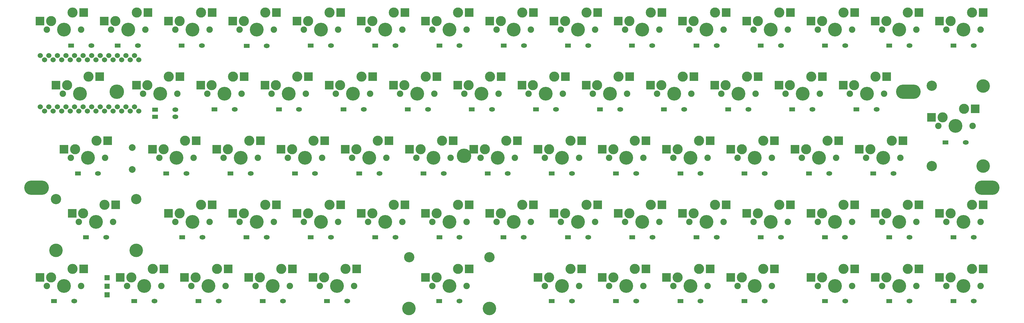
<source format=gbs>
G04 #@! TF.GenerationSoftware,KiCad,Pcbnew,(6.0.5)*
G04 #@! TF.CreationDate,2022-06-06T23:57:28+09:00*
G04 #@! TF.ProjectId,MHKB,4d484b42-2e6b-4696-9361-645f70636258,1.0*
G04 #@! TF.SameCoordinates,Original*
G04 #@! TF.FileFunction,Soldermask,Bot*
G04 #@! TF.FilePolarity,Negative*
%FSLAX46Y46*%
G04 Gerber Fmt 4.6, Leading zero omitted, Abs format (unit mm)*
G04 Created by KiCad (PCBNEW (6.0.5)) date 2022-06-06 23:57:28*
%MOMM*%
%LPD*%
G01*
G04 APERTURE LIST*
%ADD10C,3.000000*%
%ADD11C,4.100000*%
%ADD12C,1.900000*%
%ADD13R,2.550000X2.500000*%
%ADD14R,1.778000X1.300000*%
%ADD15O,1.778000X1.300000*%
%ADD16O,4.300000X4.300000*%
%ADD17C,3.050000*%
%ADD18C,4.000000*%
%ADD19C,2.000000*%
%ADD20O,7.300000X4.300000*%
%ADD21R,1.524000X1.524000*%
%ADD22C,4.300000*%
%ADD23C,1.524000*%
G04 APERTURE END LIST*
D10*
X41761000Y-56062000D03*
D11*
X45571000Y-58602000D03*
D10*
X48111000Y-53522000D03*
D12*
X40491000Y-58602000D03*
D13*
X38486000Y-56062000D03*
X51413000Y-53522000D03*
D14*
X42965000Y-44220000D03*
D15*
X48965000Y-44220000D03*
D14*
X56748000Y-44252000D03*
D15*
X62748000Y-44252000D03*
D14*
X75748000Y-44252000D03*
D15*
X81748000Y-44252000D03*
D14*
X94980000Y-44310000D03*
D15*
X100980000Y-44310000D03*
D14*
X114020000Y-44280000D03*
D15*
X120020000Y-44280000D03*
D14*
X133090000Y-44280000D03*
D15*
X139090000Y-44280000D03*
D14*
X152130000Y-44250000D03*
D15*
X158130000Y-44250000D03*
D14*
X171200000Y-44250000D03*
D15*
X177200000Y-44250000D03*
D14*
X190240000Y-44250000D03*
D15*
X196240000Y-44250000D03*
D14*
X209250000Y-44250000D03*
D15*
X215250000Y-44250000D03*
D14*
X228350000Y-44250000D03*
D15*
X234350000Y-44250000D03*
D14*
X247390000Y-44250000D03*
D15*
X253390000Y-44250000D03*
D14*
X266460000Y-44250000D03*
D15*
X272460000Y-44250000D03*
D14*
X285530000Y-44250000D03*
D15*
X291530000Y-44250000D03*
D14*
X304540000Y-44250000D03*
D15*
X310540000Y-44250000D03*
D14*
X67835000Y-63340000D03*
D15*
X73835000Y-63340000D03*
D14*
X85430000Y-63252000D03*
D15*
X91430000Y-63252000D03*
D14*
X104540000Y-63252000D03*
D15*
X110540000Y-63252000D03*
D14*
X123748000Y-63252000D03*
D15*
X129748000Y-63252000D03*
D14*
X142748000Y-63252000D03*
D15*
X148748000Y-63252000D03*
D14*
X161748000Y-63252000D03*
D15*
X167748000Y-63252000D03*
D14*
X180748000Y-63252000D03*
D15*
X186748000Y-63252000D03*
D14*
X199748000Y-63252000D03*
D15*
X205748000Y-63252000D03*
D14*
X218748000Y-63252000D03*
D15*
X224748000Y-63252000D03*
D14*
X237748000Y-63252000D03*
D15*
X243748000Y-63252000D03*
D14*
X256748000Y-63252000D03*
D15*
X262748000Y-63252000D03*
D14*
X275748000Y-63252000D03*
D15*
X281748000Y-63252000D03*
D14*
X71170000Y-82230000D03*
D15*
X77170000Y-82230000D03*
D14*
X90180000Y-82230000D03*
D15*
X96180000Y-82230000D03*
D14*
X109280000Y-82230000D03*
D15*
X115280000Y-82230000D03*
D14*
X128350000Y-82230000D03*
D15*
X134350000Y-82230000D03*
D14*
X147420000Y-82230000D03*
D15*
X153420000Y-82230000D03*
D14*
X166430000Y-82230000D03*
D15*
X172430000Y-82230000D03*
D14*
X185470000Y-82230000D03*
D15*
X191470000Y-82230000D03*
D14*
X204510000Y-82230000D03*
D15*
X210510000Y-82230000D03*
D14*
X223580000Y-82230000D03*
D15*
X229580000Y-82230000D03*
D14*
X242620000Y-82230000D03*
D15*
X248620000Y-82230000D03*
D14*
X261748000Y-82252000D03*
D15*
X267748000Y-82252000D03*
D14*
X280748000Y-82252000D03*
D15*
X286748000Y-82252000D03*
D14*
X75900000Y-101230000D03*
D15*
X81900000Y-101230000D03*
D14*
X94970000Y-101230000D03*
D15*
X100970000Y-101230000D03*
D14*
X114000000Y-101230000D03*
D15*
X120000000Y-101230000D03*
D14*
X133090000Y-101230000D03*
D15*
X139090000Y-101230000D03*
D14*
X152130000Y-101230000D03*
D15*
X158130000Y-101230000D03*
D14*
X171170000Y-101230000D03*
D15*
X177170000Y-101230000D03*
D14*
X190240000Y-101230000D03*
D15*
X196240000Y-101230000D03*
D14*
X209310000Y-101230000D03*
D15*
X215310000Y-101230000D03*
D14*
X228350000Y-101270000D03*
D15*
X234350000Y-101270000D03*
D14*
X247420000Y-101230000D03*
D15*
X253420000Y-101230000D03*
D14*
X266430000Y-101200000D03*
D15*
X272430000Y-101200000D03*
D14*
X285500000Y-101230000D03*
D15*
X291500000Y-101230000D03*
D14*
X304570000Y-101230000D03*
D15*
X310570000Y-101230000D03*
D14*
X37840000Y-120220000D03*
D15*
X43840000Y-120220000D03*
D14*
X61680000Y-120220000D03*
D15*
X67680000Y-120220000D03*
D14*
X80720000Y-120220000D03*
D15*
X86720000Y-120220000D03*
D14*
X99730000Y-120220000D03*
D15*
X105730000Y-120220000D03*
D14*
X118800000Y-120220000D03*
D15*
X124800000Y-120220000D03*
D14*
X185430000Y-120190000D03*
D15*
X191430000Y-120190000D03*
D14*
X204510000Y-120190000D03*
D15*
X210510000Y-120190000D03*
D14*
X223580000Y-120190000D03*
D15*
X229580000Y-120190000D03*
D14*
X242620000Y-120220000D03*
D15*
X248620000Y-120220000D03*
D14*
X266460000Y-120220000D03*
D15*
X272460000Y-120220000D03*
D14*
X285500000Y-120220000D03*
D15*
X291500000Y-120220000D03*
D14*
X304600000Y-120220000D03*
D15*
X310600000Y-120220000D03*
D14*
X67840000Y-65460000D03*
D15*
X73840000Y-65460000D03*
D14*
X44940000Y-82230000D03*
D15*
X50940000Y-82230000D03*
D14*
X47360000Y-101230000D03*
D15*
X53360000Y-101230000D03*
D14*
X152070000Y-120220000D03*
D15*
X158070000Y-120220000D03*
D14*
X302220000Y-73030000D03*
D15*
X308220000Y-73030000D03*
D12*
X45888000Y-39552000D03*
D10*
X36998000Y-37012000D03*
D11*
X40808000Y-39552000D03*
D10*
X43348000Y-34472000D03*
D12*
X35728000Y-39552000D03*
D13*
X33723000Y-37012000D03*
X46650000Y-34472000D03*
D10*
X56048000Y-37012000D03*
D12*
X54778000Y-39552000D03*
D11*
X59858000Y-39552000D03*
D12*
X64938000Y-39552000D03*
D10*
X62398000Y-34472000D03*
D13*
X52773000Y-37012000D03*
X65700000Y-34472000D03*
D12*
X73828000Y-39552000D03*
X83988000Y-39552000D03*
D10*
X75098000Y-37012000D03*
X81448000Y-34472000D03*
D11*
X78908000Y-39552000D03*
D13*
X71823000Y-37012000D03*
X84750000Y-34472000D03*
D10*
X100498000Y-34472000D03*
D11*
X97958000Y-39552000D03*
D12*
X92878000Y-39552000D03*
D10*
X94148000Y-37012000D03*
D12*
X103038000Y-39552000D03*
D13*
X90873000Y-37012000D03*
X103800000Y-34472000D03*
D11*
X117008000Y-39552000D03*
D10*
X119548000Y-34472000D03*
D12*
X111928000Y-39552000D03*
D10*
X113198000Y-37012000D03*
D12*
X122088000Y-39552000D03*
D13*
X109923000Y-37012000D03*
X122850000Y-34472000D03*
D12*
X141138000Y-39552000D03*
D10*
X132248000Y-37012000D03*
D12*
X130978000Y-39552000D03*
D11*
X136058000Y-39552000D03*
D10*
X138598000Y-34472000D03*
D13*
X128973000Y-37012000D03*
X141900000Y-34472000D03*
D10*
X151298000Y-37012000D03*
D12*
X160188000Y-39552000D03*
X150028000Y-39552000D03*
D10*
X157648000Y-34472000D03*
D11*
X155108000Y-39552000D03*
D13*
X148023000Y-37012000D03*
X160950000Y-34472000D03*
D10*
X176698000Y-34472000D03*
X170348000Y-37012000D03*
D11*
X174158000Y-39552000D03*
D12*
X179238000Y-39552000D03*
X169078000Y-39552000D03*
D13*
X167073000Y-37012000D03*
X180000000Y-34472000D03*
D12*
X188128000Y-39552000D03*
D10*
X189398000Y-37012000D03*
D11*
X193208000Y-39552000D03*
D12*
X198288000Y-39552000D03*
D10*
X195748000Y-34472000D03*
D13*
X186123000Y-37012000D03*
X199050000Y-34472000D03*
D12*
X217338000Y-39552000D03*
X207178000Y-39552000D03*
D10*
X214798000Y-34472000D03*
D11*
X212258000Y-39552000D03*
D10*
X208448000Y-37012000D03*
D13*
X205173000Y-37012000D03*
X218100000Y-34472000D03*
D10*
X227498000Y-37012000D03*
D12*
X236388000Y-39552000D03*
D10*
X233848000Y-34472000D03*
D12*
X226228000Y-39552000D03*
D11*
X231308000Y-39552000D03*
D13*
X224223000Y-37012000D03*
X237150000Y-34472000D03*
D12*
X255438000Y-39552000D03*
D10*
X246548000Y-37012000D03*
D12*
X245278000Y-39552000D03*
D11*
X250358000Y-39552000D03*
D10*
X252898000Y-34472000D03*
D13*
X243273000Y-37012000D03*
X256200000Y-34472000D03*
D11*
X269408000Y-39552000D03*
D12*
X264328000Y-39552000D03*
D10*
X265598000Y-37012000D03*
D12*
X274488000Y-39552000D03*
D10*
X271948000Y-34472000D03*
D13*
X262323000Y-37012000D03*
X275250000Y-34472000D03*
D10*
X284648000Y-37012000D03*
D11*
X288458000Y-39552000D03*
D10*
X290998000Y-34472000D03*
D12*
X283378000Y-39552000D03*
X293538000Y-39552000D03*
D13*
X281373000Y-37012000D03*
X294300000Y-34472000D03*
D10*
X310048000Y-34472000D03*
X303698000Y-37012000D03*
D11*
X307508000Y-39552000D03*
D12*
X312588000Y-39552000D03*
X302428000Y-39552000D03*
D13*
X300423000Y-37012000D03*
X313350000Y-34472000D03*
D12*
X74463000Y-58602000D03*
D10*
X71923000Y-53522000D03*
D11*
X69383000Y-58602000D03*
D10*
X65573000Y-56062000D03*
D12*
X64303000Y-58602000D03*
D13*
X62298000Y-56062000D03*
X75225000Y-53522000D03*
D10*
X84623000Y-56062000D03*
X90973000Y-53522000D03*
D12*
X83353000Y-58602000D03*
X93513000Y-58602000D03*
D11*
X88433000Y-58602000D03*
D13*
X81348000Y-56062000D03*
X94275000Y-53522000D03*
D10*
X103673000Y-56062000D03*
D12*
X102403000Y-58602000D03*
D10*
X110023000Y-53522000D03*
D11*
X107483000Y-58602000D03*
D12*
X112563000Y-58602000D03*
D13*
X100398000Y-56062000D03*
X113325000Y-53522000D03*
D11*
X126533000Y-58602000D03*
D12*
X121453000Y-58602000D03*
D10*
X122723000Y-56062000D03*
D12*
X131613000Y-58602000D03*
D10*
X129073000Y-53522000D03*
D13*
X119448000Y-56062000D03*
X132375000Y-53522000D03*
D12*
X150663000Y-58602000D03*
D11*
X145583000Y-58602000D03*
D12*
X140503000Y-58602000D03*
D10*
X141773000Y-56062000D03*
X148123000Y-53522000D03*
D13*
X138498000Y-56062000D03*
X151425000Y-53522000D03*
D11*
X164633000Y-58602000D03*
D12*
X159553000Y-58602000D03*
X169713000Y-58602000D03*
D10*
X167173000Y-53522000D03*
X160823000Y-56062000D03*
D13*
X157548000Y-56062000D03*
X170475000Y-53522000D03*
D12*
X178603000Y-58602000D03*
D11*
X183683000Y-58602000D03*
D10*
X179873000Y-56062000D03*
X186223000Y-53522000D03*
D12*
X188763000Y-58602000D03*
D13*
X176598000Y-56062000D03*
X189525000Y-53522000D03*
D12*
X197653000Y-58602000D03*
D10*
X205273000Y-53522000D03*
D11*
X202733000Y-58602000D03*
D10*
X198923000Y-56062000D03*
D12*
X207813000Y-58602000D03*
D13*
X195648000Y-56062000D03*
X208575000Y-53522000D03*
D11*
X221783000Y-58602000D03*
D12*
X216703000Y-58602000D03*
D10*
X217973000Y-56062000D03*
D12*
X226863000Y-58602000D03*
D10*
X224323000Y-53522000D03*
D13*
X214698000Y-56062000D03*
X227625000Y-53522000D03*
D10*
X237023000Y-56062000D03*
X243373000Y-53522000D03*
D11*
X240833000Y-58602000D03*
D12*
X245913000Y-58602000D03*
X235753000Y-58602000D03*
D13*
X233748000Y-56062000D03*
X246675000Y-53522000D03*
D12*
X254803000Y-58602000D03*
X264963000Y-58602000D03*
D10*
X256073000Y-56062000D03*
D11*
X259883000Y-58602000D03*
D10*
X262423000Y-53522000D03*
D13*
X252798000Y-56062000D03*
X265725000Y-53522000D03*
D11*
X278933000Y-58602000D03*
D12*
X273853000Y-58602000D03*
D10*
X281473000Y-53522000D03*
D12*
X284013000Y-58602000D03*
D10*
X275123000Y-56062000D03*
D13*
X271848000Y-56062000D03*
X284775000Y-53522000D03*
D12*
X69065500Y-77652000D03*
D11*
X74145500Y-77652000D03*
D10*
X70335500Y-75112000D03*
D12*
X79225500Y-77652000D03*
D10*
X76685500Y-72572000D03*
D13*
X67060500Y-75112000D03*
X79987500Y-72572000D03*
D10*
X89385500Y-75112000D03*
D12*
X88115500Y-77652000D03*
D10*
X95735500Y-72572000D03*
D11*
X93195500Y-77652000D03*
D12*
X98275500Y-77652000D03*
D13*
X86110500Y-75112000D03*
X99037500Y-72572000D03*
D11*
X112245500Y-77652000D03*
D12*
X117325500Y-77652000D03*
X107165500Y-77652000D03*
D10*
X108435500Y-75112000D03*
X114785500Y-72572000D03*
D13*
X105160500Y-75112000D03*
X118087500Y-72572000D03*
D10*
X133835500Y-72572000D03*
X127485500Y-75112000D03*
D12*
X126215500Y-77652000D03*
D11*
X131295500Y-77652000D03*
D12*
X136375500Y-77652000D03*
D13*
X124210500Y-75112000D03*
X137137500Y-72572000D03*
D10*
X146535500Y-75112000D03*
X152885500Y-72572000D03*
D12*
X145265500Y-77652000D03*
X155425500Y-77652000D03*
D11*
X150345500Y-77652000D03*
D13*
X143260500Y-75112000D03*
X156187500Y-72572000D03*
D10*
X165585500Y-75112000D03*
D12*
X174475500Y-77652000D03*
D11*
X169395500Y-77652000D03*
D12*
X164315500Y-77652000D03*
D10*
X171935500Y-72572000D03*
D13*
X162310500Y-75112000D03*
X175237500Y-72572000D03*
D12*
X193525500Y-77652000D03*
D10*
X184635500Y-75112000D03*
X190985500Y-72572000D03*
D11*
X188445500Y-77652000D03*
D12*
X183365500Y-77652000D03*
D13*
X181360500Y-75112000D03*
X194287500Y-72572000D03*
D10*
X203685500Y-75112000D03*
D11*
X207495500Y-77652000D03*
D12*
X202415500Y-77652000D03*
X212575500Y-77652000D03*
D10*
X210035500Y-72572000D03*
D13*
X200410500Y-75112000D03*
X213337500Y-72572000D03*
D12*
X231625500Y-77652000D03*
D10*
X229085500Y-72572000D03*
D11*
X226545500Y-77652000D03*
D10*
X222735500Y-75112000D03*
D12*
X221465500Y-77652000D03*
D13*
X219460500Y-75112000D03*
X232387500Y-72572000D03*
D10*
X241785500Y-75112000D03*
D11*
X245595500Y-77652000D03*
D12*
X240515500Y-77652000D03*
X250675500Y-77652000D03*
D10*
X248135500Y-72572000D03*
D13*
X238510500Y-75112000D03*
X251437500Y-72572000D03*
D10*
X267185500Y-72572000D03*
D11*
X264645500Y-77652000D03*
D12*
X269725500Y-77652000D03*
D10*
X260835500Y-75112000D03*
D12*
X259565500Y-77652000D03*
D13*
X257560500Y-75112000D03*
X270487500Y-72572000D03*
D10*
X279885500Y-75112000D03*
X286235500Y-72572000D03*
D11*
X283695500Y-77652000D03*
D12*
X288775500Y-77652000D03*
X278615500Y-77652000D03*
D13*
X276610500Y-75112000D03*
X289537500Y-72572000D03*
D11*
X78908000Y-96702000D03*
D12*
X73828000Y-96702000D03*
D10*
X75098000Y-94162000D03*
X81448000Y-91622000D03*
D12*
X83988000Y-96702000D03*
D13*
X71823000Y-94162000D03*
X84750000Y-91622000D03*
D11*
X97958000Y-96702000D03*
D12*
X92878000Y-96702000D03*
D10*
X100498000Y-91622000D03*
X94148000Y-94162000D03*
D12*
X103038000Y-96702000D03*
D13*
X90873000Y-94162000D03*
X103800000Y-91622000D03*
D10*
X113198000Y-94162000D03*
D12*
X122088000Y-96702000D03*
D10*
X119548000Y-91622000D03*
D11*
X117008000Y-96702000D03*
D12*
X111928000Y-96702000D03*
D13*
X109923000Y-94162000D03*
X122850000Y-91622000D03*
D10*
X132248000Y-94162000D03*
D12*
X141138000Y-96702000D03*
D10*
X138598000Y-91622000D03*
D11*
X136058000Y-96702000D03*
D12*
X130978000Y-96702000D03*
D13*
X128973000Y-94162000D03*
X141900000Y-91622000D03*
D12*
X160188000Y-96702000D03*
X150028000Y-96702000D03*
D11*
X155108000Y-96702000D03*
D10*
X157648000Y-91622000D03*
X151298000Y-94162000D03*
D13*
X148023000Y-94162000D03*
X160950000Y-91622000D03*
D12*
X179238000Y-96702000D03*
D11*
X174158000Y-96702000D03*
D10*
X170348000Y-94162000D03*
X176698000Y-91622000D03*
D12*
X169078000Y-96702000D03*
D13*
X167073000Y-94162000D03*
X180000000Y-91622000D03*
D12*
X188128000Y-96702000D03*
D10*
X189398000Y-94162000D03*
D11*
X193208000Y-96702000D03*
D10*
X195748000Y-91622000D03*
D12*
X198288000Y-96702000D03*
D13*
X186123000Y-94162000D03*
X199050000Y-91622000D03*
D12*
X207178000Y-96702000D03*
D10*
X208448000Y-94162000D03*
D11*
X212258000Y-96702000D03*
D10*
X214798000Y-91622000D03*
D12*
X217338000Y-96702000D03*
D13*
X205173000Y-94162000D03*
X218100000Y-91622000D03*
D12*
X226228000Y-96702000D03*
X236388000Y-96702000D03*
D11*
X231308000Y-96702000D03*
D10*
X227498000Y-94162000D03*
X233848000Y-91622000D03*
D13*
X224223000Y-94162000D03*
X237150000Y-91622000D03*
D10*
X246548000Y-94162000D03*
D12*
X245278000Y-96702000D03*
D11*
X250358000Y-96702000D03*
D10*
X252898000Y-91622000D03*
D12*
X255438000Y-96702000D03*
D13*
X243273000Y-94162000D03*
X256200000Y-91622000D03*
D12*
X264328000Y-96702000D03*
D10*
X265598000Y-94162000D03*
D11*
X269408000Y-96702000D03*
D12*
X274488000Y-96702000D03*
D10*
X271948000Y-91622000D03*
D13*
X262323000Y-94162000D03*
X275250000Y-91622000D03*
D11*
X288458000Y-96702000D03*
D12*
X283378000Y-96702000D03*
D10*
X284648000Y-94162000D03*
D12*
X293538000Y-96702000D03*
D10*
X290998000Y-91622000D03*
D13*
X281373000Y-94162000D03*
X294300000Y-91622000D03*
D10*
X303698000Y-94162000D03*
D11*
X307508000Y-96702000D03*
D12*
X302428000Y-96702000D03*
D10*
X310048000Y-91622000D03*
D12*
X312588000Y-96702000D03*
D13*
X300423000Y-94162000D03*
X313350000Y-91622000D03*
D10*
X43348000Y-110672000D03*
X36998000Y-113212000D03*
D11*
X40808000Y-115752000D03*
D12*
X35728000Y-115752000D03*
X45888000Y-115752000D03*
D13*
X33723000Y-113212000D03*
X46650000Y-110672000D03*
D12*
X69700500Y-115752000D03*
X59540500Y-115752000D03*
D10*
X60810500Y-113212000D03*
X67160500Y-110672000D03*
D11*
X64620500Y-115752000D03*
D13*
X57535500Y-113212000D03*
X70462500Y-110672000D03*
D12*
X78590500Y-115752000D03*
D10*
X79860500Y-113212000D03*
D12*
X88750500Y-115752000D03*
D11*
X83670500Y-115752000D03*
D10*
X86210500Y-110672000D03*
D13*
X76585500Y-113212000D03*
X89512500Y-110672000D03*
D10*
X105260500Y-110672000D03*
X98910500Y-113212000D03*
D11*
X102720500Y-115752000D03*
D12*
X97640500Y-115752000D03*
X107800500Y-115752000D03*
D13*
X95635500Y-113212000D03*
X108562500Y-110672000D03*
D12*
X116690500Y-115752000D03*
D10*
X117960500Y-113212000D03*
X124310500Y-110672000D03*
D11*
X121770500Y-115752000D03*
D12*
X126850500Y-115752000D03*
D13*
X114685500Y-113212000D03*
X127612500Y-110672000D03*
D11*
X188445500Y-115752000D03*
D10*
X184635500Y-113212000D03*
D12*
X193525500Y-115752000D03*
X183365500Y-115752000D03*
D10*
X190985500Y-110672000D03*
D13*
X181360500Y-113212000D03*
X194287500Y-110672000D03*
D10*
X203685500Y-113212000D03*
D11*
X207495500Y-115752000D03*
D10*
X210035500Y-110672000D03*
D12*
X212575500Y-115752000D03*
X202415500Y-115752000D03*
D13*
X200410500Y-113212000D03*
X213337500Y-110672000D03*
D10*
X229085500Y-110672000D03*
D12*
X231625500Y-115752000D03*
D10*
X222735500Y-113212000D03*
D12*
X221465500Y-115752000D03*
D11*
X226545500Y-115752000D03*
D13*
X219460500Y-113212000D03*
X232387500Y-110672000D03*
D11*
X245595500Y-115752000D03*
D10*
X248135500Y-110672000D03*
D12*
X240515500Y-115752000D03*
D10*
X241785500Y-113212000D03*
D12*
X250675500Y-115752000D03*
D13*
X238510500Y-113212000D03*
X251437500Y-110672000D03*
D10*
X271948000Y-110672000D03*
D11*
X269408000Y-115752000D03*
D12*
X274488000Y-115752000D03*
D10*
X265598000Y-113212000D03*
D12*
X264328000Y-115752000D03*
D13*
X262323000Y-113212000D03*
X275250000Y-110672000D03*
D10*
X290998000Y-110672000D03*
D11*
X288458000Y-115752000D03*
D12*
X283378000Y-115752000D03*
D10*
X284648000Y-113212000D03*
D12*
X293538000Y-115752000D03*
D13*
X281373000Y-113212000D03*
X294300000Y-110672000D03*
D12*
X302428000Y-115752000D03*
D10*
X303698000Y-113212000D03*
D12*
X312588000Y-115752000D03*
D11*
X307508000Y-115752000D03*
D10*
X310048000Y-110672000D03*
D13*
X300423000Y-113212000D03*
X313350000Y-110672000D03*
D12*
X42872000Y-77652000D03*
D11*
X47952000Y-77652000D03*
D10*
X44142000Y-75112000D03*
D12*
X53032000Y-77652000D03*
D10*
X50492000Y-72572000D03*
D13*
X40867000Y-75112000D03*
X53794000Y-72572000D03*
D12*
X45253000Y-96702000D03*
D11*
X50333000Y-96702000D03*
D10*
X52873000Y-91622000D03*
X46523000Y-94162000D03*
D12*
X55413000Y-96702000D03*
D13*
X43248000Y-94162000D03*
X56175000Y-91622000D03*
D12*
X150028000Y-115752000D03*
X160188000Y-115752000D03*
D11*
X155108000Y-115752000D03*
D10*
X151298000Y-113212000D03*
X157648000Y-110672000D03*
D13*
X148023000Y-113212000D03*
X160950000Y-110672000D03*
D12*
X300046500Y-68127000D03*
D11*
X305126500Y-68127000D03*
D12*
X310206500Y-68127000D03*
D10*
X301316500Y-65587000D03*
X307666500Y-63047000D03*
D13*
X298041500Y-65587000D03*
X310968500Y-63047000D03*
D16*
X159460000Y-77060000D03*
D17*
X166940000Y-107190000D03*
X298130000Y-56230000D03*
D18*
X166940000Y-122430000D03*
D19*
X61040000Y-74580000D03*
X61040000Y-81080000D03*
D18*
X62260000Y-105110000D03*
D17*
X38470000Y-89870000D03*
D20*
X291150000Y-57940000D03*
D21*
X53650000Y-118340000D03*
X53650000Y-115800000D03*
X53650000Y-113260000D03*
D18*
X38490000Y-105110000D03*
D22*
X56490000Y-57940000D03*
D18*
X143140000Y-122430000D03*
D20*
X32740000Y-86460000D03*
D18*
X313370000Y-80030000D03*
D17*
X62270000Y-89880000D03*
D18*
X313370000Y-56240000D03*
D20*
X314580000Y-86520000D03*
D17*
X298130000Y-80030000D03*
D23*
X33785000Y-62421100D03*
X35055000Y-48507500D03*
X36325000Y-62421100D03*
X37595000Y-48507500D03*
X38865000Y-62421100D03*
X40135000Y-48507500D03*
X42675000Y-48507500D03*
X41405000Y-62421100D03*
X43945000Y-62421100D03*
X45215000Y-48507500D03*
X46485000Y-62421100D03*
X47755000Y-48507500D03*
X50295000Y-48507500D03*
X49025000Y-62421100D03*
X52835000Y-48507500D03*
X51565000Y-62421100D03*
X55375000Y-48507500D03*
X54105000Y-62421100D03*
X56645000Y-62421100D03*
X57915000Y-48507500D03*
X60455000Y-48507500D03*
X59185000Y-62421100D03*
X62995000Y-48507500D03*
X61725000Y-62421100D03*
X61725000Y-47201100D03*
X62995000Y-63747500D03*
X59185000Y-47201100D03*
X60455000Y-63747500D03*
X57915000Y-63747500D03*
X56645000Y-47201100D03*
X54105000Y-47201100D03*
X55375000Y-63747500D03*
X52835000Y-63747500D03*
X51565000Y-47201100D03*
X50295000Y-63747500D03*
X49025000Y-47201100D03*
X46485000Y-47201100D03*
X47755000Y-63747500D03*
X43945000Y-47201100D03*
X45215000Y-63747500D03*
X41405000Y-47201100D03*
X42675000Y-63747500D03*
X40135000Y-63747500D03*
X38865000Y-47201100D03*
X36325000Y-47201100D03*
X37595000Y-63747500D03*
X33785000Y-47201100D03*
X35055000Y-63747500D03*
D17*
X143150000Y-107200000D03*
M02*

</source>
